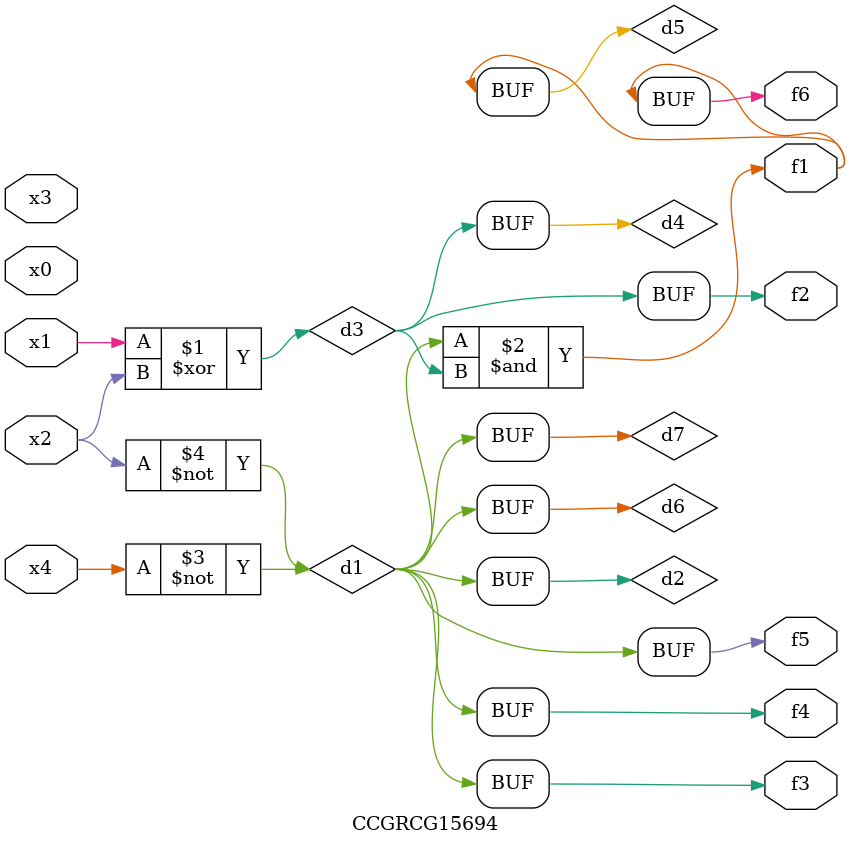
<source format=v>
module CCGRCG15694(
	input x0, x1, x2, x3, x4,
	output f1, f2, f3, f4, f5, f6
);

	wire d1, d2, d3, d4, d5, d6, d7;

	not (d1, x4);
	not (d2, x2);
	xor (d3, x1, x2);
	buf (d4, d3);
	and (d5, d1, d3);
	buf (d6, d1, d2);
	buf (d7, d2);
	assign f1 = d5;
	assign f2 = d4;
	assign f3 = d7;
	assign f4 = d7;
	assign f5 = d7;
	assign f6 = d5;
endmodule

</source>
